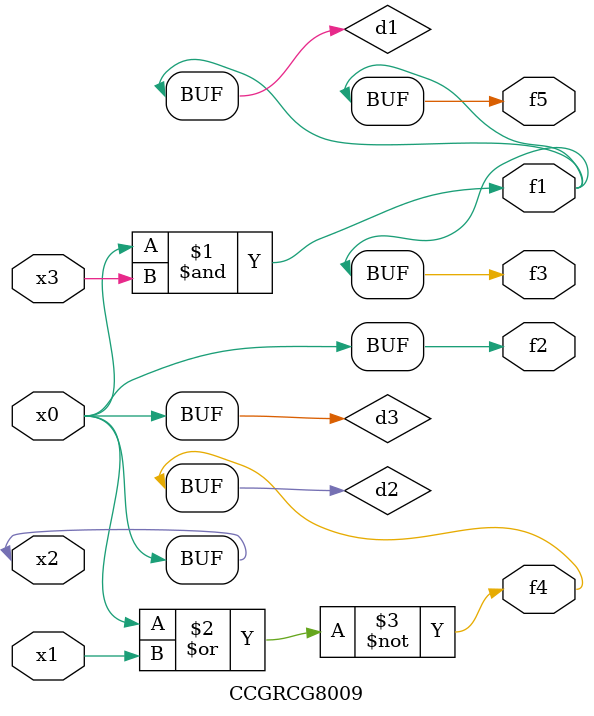
<source format=v>
module CCGRCG8009(
	input x0, x1, x2, x3,
	output f1, f2, f3, f4, f5
);

	wire d1, d2, d3;

	and (d1, x2, x3);
	nor (d2, x0, x1);
	buf (d3, x0, x2);
	assign f1 = d1;
	assign f2 = d3;
	assign f3 = d1;
	assign f4 = d2;
	assign f5 = d1;
endmodule

</source>
